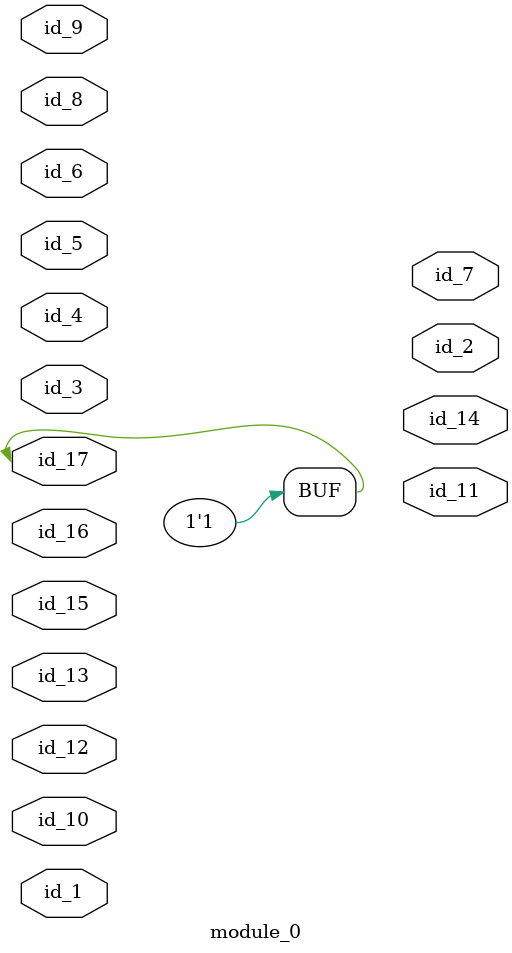
<source format=v>
module module_0 (
    id_1,
    id_2,
    id_3,
    id_4,
    id_5,
    id_6,
    id_7,
    id_8,
    id_9,
    id_10,
    id_11,
    id_12,
    id_13,
    id_14,
    id_15,
    id_16,
    id_17
);
  inout id_17;
  inout id_16;
  inout id_15;
  output id_14;
  input id_13;
  inout id_12;
  output id_11;
  input id_10;
  input id_9;
  input id_8;
  output id_7;
  input id_6;
  inout id_5;
  input id_4;
  inout id_3;
  output id_2;
  input id_1;
  assign id_17 = 1;
endmodule

</source>
